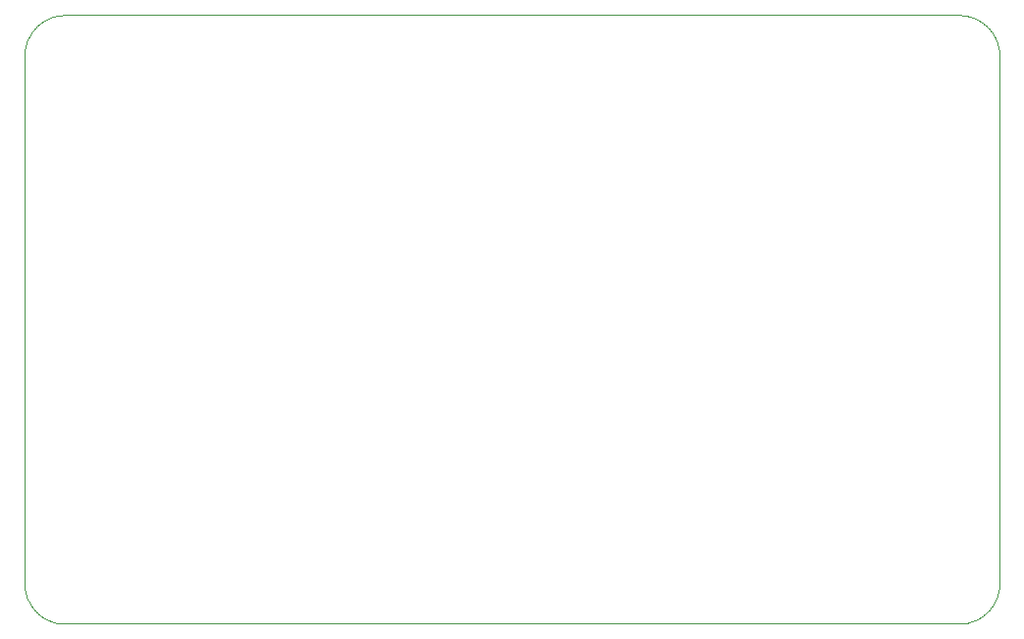
<source format=gtp>
G75*
%MOIN*%
%OFA0B0*%
%FSLAX25Y25*%
%IPPOS*%
%LPD*%
%AMOC8*
5,1,8,0,0,1.08239X$1,22.5*
%
%ADD10C,0.00000*%
D10*
X0076833Y0043663D02*
X0076833Y0222797D01*
X0076837Y0223130D01*
X0076849Y0223463D01*
X0076869Y0223795D01*
X0076897Y0224127D01*
X0076933Y0224458D01*
X0076978Y0224788D01*
X0077030Y0225117D01*
X0077090Y0225445D01*
X0077158Y0225771D01*
X0077233Y0226095D01*
X0077317Y0226417D01*
X0077408Y0226737D01*
X0077507Y0227055D01*
X0077614Y0227371D01*
X0077728Y0227683D01*
X0077850Y0227993D01*
X0077980Y0228300D01*
X0078116Y0228604D01*
X0078260Y0228904D01*
X0078411Y0229201D01*
X0078570Y0229494D01*
X0078735Y0229783D01*
X0078907Y0230068D01*
X0079086Y0230349D01*
X0079272Y0230625D01*
X0079465Y0230897D01*
X0079664Y0231164D01*
X0079869Y0231426D01*
X0080081Y0231683D01*
X0080299Y0231935D01*
X0080522Y0232181D01*
X0080752Y0232422D01*
X0080988Y0232658D01*
X0081229Y0232888D01*
X0081475Y0233111D01*
X0081727Y0233329D01*
X0081984Y0233541D01*
X0082246Y0233746D01*
X0082513Y0233945D01*
X0082785Y0234138D01*
X0083061Y0234324D01*
X0083342Y0234503D01*
X0083627Y0234675D01*
X0083916Y0234840D01*
X0084209Y0234999D01*
X0084506Y0235150D01*
X0084806Y0235294D01*
X0085110Y0235430D01*
X0085417Y0235560D01*
X0085727Y0235682D01*
X0086039Y0235796D01*
X0086355Y0235903D01*
X0086673Y0236002D01*
X0086993Y0236093D01*
X0087315Y0236177D01*
X0087639Y0236252D01*
X0087965Y0236320D01*
X0088293Y0236380D01*
X0088622Y0236432D01*
X0088952Y0236477D01*
X0089283Y0236513D01*
X0089615Y0236541D01*
X0089947Y0236561D01*
X0090280Y0236573D01*
X0090613Y0236577D01*
X0090613Y0236576D02*
X0393762Y0236576D01*
X0393762Y0236577D02*
X0394095Y0236573D01*
X0394428Y0236561D01*
X0394760Y0236541D01*
X0395092Y0236513D01*
X0395423Y0236477D01*
X0395753Y0236432D01*
X0396082Y0236380D01*
X0396410Y0236320D01*
X0396736Y0236252D01*
X0397060Y0236177D01*
X0397382Y0236093D01*
X0397702Y0236002D01*
X0398020Y0235903D01*
X0398336Y0235796D01*
X0398648Y0235682D01*
X0398958Y0235560D01*
X0399265Y0235430D01*
X0399569Y0235294D01*
X0399869Y0235150D01*
X0400166Y0234999D01*
X0400459Y0234840D01*
X0400748Y0234675D01*
X0401033Y0234503D01*
X0401314Y0234324D01*
X0401590Y0234138D01*
X0401862Y0233945D01*
X0402129Y0233746D01*
X0402391Y0233541D01*
X0402648Y0233329D01*
X0402900Y0233111D01*
X0403146Y0232888D01*
X0403387Y0232658D01*
X0403623Y0232422D01*
X0403853Y0232181D01*
X0404076Y0231935D01*
X0404294Y0231683D01*
X0404506Y0231426D01*
X0404711Y0231164D01*
X0404910Y0230897D01*
X0405103Y0230625D01*
X0405289Y0230349D01*
X0405468Y0230068D01*
X0405640Y0229783D01*
X0405805Y0229494D01*
X0405964Y0229201D01*
X0406115Y0228904D01*
X0406259Y0228604D01*
X0406395Y0228300D01*
X0406525Y0227993D01*
X0406647Y0227683D01*
X0406761Y0227371D01*
X0406868Y0227055D01*
X0406967Y0226737D01*
X0407058Y0226417D01*
X0407142Y0226095D01*
X0407217Y0225771D01*
X0407285Y0225445D01*
X0407345Y0225117D01*
X0407397Y0224788D01*
X0407442Y0224458D01*
X0407478Y0224127D01*
X0407506Y0223795D01*
X0407526Y0223463D01*
X0407538Y0223130D01*
X0407542Y0222797D01*
X0407542Y0043663D01*
X0407538Y0043330D01*
X0407526Y0042997D01*
X0407506Y0042665D01*
X0407478Y0042333D01*
X0407442Y0042002D01*
X0407397Y0041672D01*
X0407345Y0041343D01*
X0407285Y0041015D01*
X0407217Y0040689D01*
X0407142Y0040365D01*
X0407058Y0040043D01*
X0406967Y0039723D01*
X0406868Y0039405D01*
X0406761Y0039089D01*
X0406647Y0038777D01*
X0406525Y0038467D01*
X0406395Y0038160D01*
X0406259Y0037856D01*
X0406115Y0037556D01*
X0405964Y0037259D01*
X0405805Y0036966D01*
X0405640Y0036677D01*
X0405468Y0036392D01*
X0405289Y0036111D01*
X0405103Y0035835D01*
X0404910Y0035563D01*
X0404711Y0035296D01*
X0404506Y0035034D01*
X0404294Y0034777D01*
X0404076Y0034525D01*
X0403853Y0034279D01*
X0403623Y0034038D01*
X0403387Y0033802D01*
X0403146Y0033572D01*
X0402900Y0033349D01*
X0402648Y0033131D01*
X0402391Y0032919D01*
X0402129Y0032714D01*
X0401862Y0032515D01*
X0401590Y0032322D01*
X0401314Y0032136D01*
X0401033Y0031957D01*
X0400748Y0031785D01*
X0400459Y0031620D01*
X0400166Y0031461D01*
X0399869Y0031310D01*
X0399569Y0031166D01*
X0399265Y0031030D01*
X0398958Y0030900D01*
X0398648Y0030778D01*
X0398336Y0030664D01*
X0398020Y0030557D01*
X0397702Y0030458D01*
X0397382Y0030367D01*
X0397060Y0030283D01*
X0396736Y0030208D01*
X0396410Y0030140D01*
X0396082Y0030080D01*
X0395753Y0030028D01*
X0395423Y0029983D01*
X0395092Y0029947D01*
X0394760Y0029919D01*
X0394428Y0029899D01*
X0394095Y0029887D01*
X0393762Y0029883D01*
X0090613Y0029883D01*
X0090280Y0029887D01*
X0089947Y0029899D01*
X0089615Y0029919D01*
X0089283Y0029947D01*
X0088952Y0029983D01*
X0088622Y0030028D01*
X0088293Y0030080D01*
X0087965Y0030140D01*
X0087639Y0030208D01*
X0087315Y0030283D01*
X0086993Y0030367D01*
X0086673Y0030458D01*
X0086355Y0030557D01*
X0086039Y0030664D01*
X0085727Y0030778D01*
X0085417Y0030900D01*
X0085110Y0031030D01*
X0084806Y0031166D01*
X0084506Y0031310D01*
X0084209Y0031461D01*
X0083916Y0031620D01*
X0083627Y0031785D01*
X0083342Y0031957D01*
X0083061Y0032136D01*
X0082785Y0032322D01*
X0082513Y0032515D01*
X0082246Y0032714D01*
X0081984Y0032919D01*
X0081727Y0033131D01*
X0081475Y0033349D01*
X0081229Y0033572D01*
X0080988Y0033802D01*
X0080752Y0034038D01*
X0080522Y0034279D01*
X0080299Y0034525D01*
X0080081Y0034777D01*
X0079869Y0035034D01*
X0079664Y0035296D01*
X0079465Y0035563D01*
X0079272Y0035835D01*
X0079086Y0036111D01*
X0078907Y0036392D01*
X0078735Y0036677D01*
X0078570Y0036966D01*
X0078411Y0037259D01*
X0078260Y0037556D01*
X0078116Y0037856D01*
X0077980Y0038160D01*
X0077850Y0038467D01*
X0077728Y0038777D01*
X0077614Y0039089D01*
X0077507Y0039405D01*
X0077408Y0039723D01*
X0077317Y0040043D01*
X0077233Y0040365D01*
X0077158Y0040689D01*
X0077090Y0041015D01*
X0077030Y0041343D01*
X0076978Y0041672D01*
X0076933Y0042002D01*
X0076897Y0042333D01*
X0076869Y0042665D01*
X0076849Y0042997D01*
X0076837Y0043330D01*
X0076833Y0043663D01*
M02*

</source>
